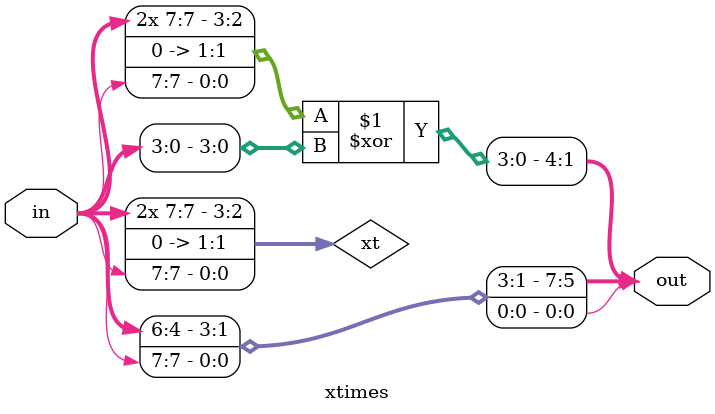
<source format=v>


/*
   2 = 0010 = x ;   v = 1011 0010 = x7 + x5 + x4 + x ;   P = 'h11B = 1 0001 1011 = x8 + x4 + x3 + x + 1
   v*2 = v*x = (x7 + x5 + x4 + x)x = x8 + x6 + x5 + x2;
   v*2(modP) = (x8 + x6 + x5 + x2) + (x8 + x4 + x3 + x + 1) = x6 + x5 + x4 + x3 + x2 + x + 1 = 0111 1111
*/

module xtimes    ( in, out );


// ---------- MODULE INTERFACE ----------

input       [7:0]	in;
output      [7:0]	out;


// ---------- MODULE REGISTERS AND SIGNALS ----------

wire    [3:0]       xt;


// ---------- MODULE IMPLEMENTATION ----------

// same as: xt = in[7] ? 1101 : 0000;
assign xt[3] = in[7];
assign xt[2] = in[7];
assign xt[1] = 1'b0;
assign xt[0] = in[7];

// if in = 1011 0010, in * 2 (mod P)= 1 0110 0100 
//                                xor 1 0001 1011 = 011 1111 1
// same as: {in[6:4], xt ^ in[3:0], in[7]} =        011,1111,1

assign out[7:5] = in[6:4];
assign out[4:1] = xt[3:0] ^ in[3:0];  // 1101 ^ 0010 = 1111
assign out[0]   = in[7];

endmodule
</source>
